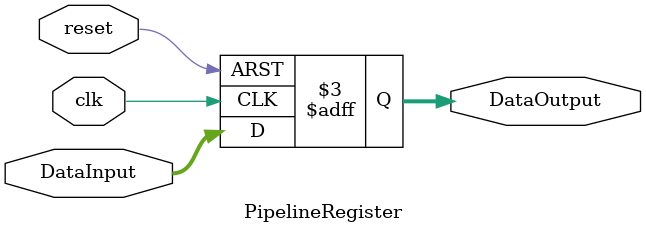
<source format=v>
module PipelineRegister 
#(
	parameter N=32
) 
(
	input clk,
	input reset,
	input [N-1:0] DataInput,

	output reg [N-1:0] DataOutput
);

always@(negedge reset or negedge clk) begin
	if(reset == 0) 
		DataOutput <= 0;
	else	
		DataOutput <= DataInput;
end

endmodule

</source>
